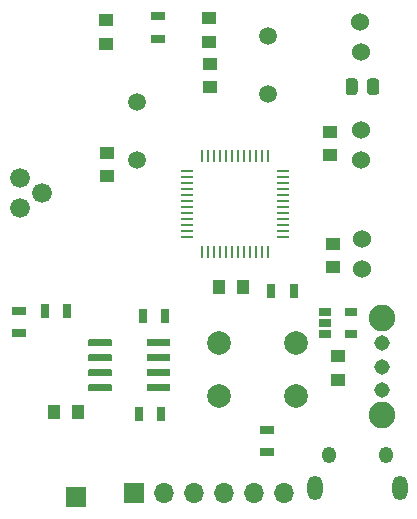
<source format=gbs>
G04 #@! TF.GenerationSoftware,KiCad,Pcbnew,5.1.7-a382d34a8~88~ubuntu18.04.1*
G04 #@! TF.CreationDate,2022-03-02T17:55:55+05:30*
G04 #@! TF.ProjectId,WaterTank_module_v1,57617465-7254-4616-9e6b-5f6d6f64756c,rev?*
G04 #@! TF.SameCoordinates,Original*
G04 #@! TF.FileFunction,Soldermask,Bot*
G04 #@! TF.FilePolarity,Negative*
%FSLAX46Y46*%
G04 Gerber Fmt 4.6, Leading zero omitted, Abs format (unit mm)*
G04 Created by KiCad (PCBNEW 5.1.7-a382d34a8~88~ubuntu18.04.1) date 2022-03-02 17:55:55*
%MOMM*%
%LPD*%
G01*
G04 APERTURE LIST*
%ADD10R,1.700000X1.700000*%
%ADD11O,1.700000X1.700000*%
%ADD12C,1.676400*%
%ADD13C,1.524000*%
%ADD14O,1.300000X2.100000*%
%ADD15O,1.200000X1.400000*%
%ADD16R,1.000000X0.230000*%
%ADD17R,0.230000X1.000000*%
%ADD18R,1.300000X0.700000*%
%ADD19R,1.000000X1.250000*%
%ADD20R,1.250000X1.000000*%
%ADD21R,0.700000X1.300000*%
%ADD22R,1.060000X0.650000*%
%ADD23C,1.500000*%
%ADD24C,2.000000*%
%ADD25C,1.308000*%
%ADD26C,2.250000*%
G04 APERTURE END LIST*
D10*
X35896040Y-87164240D03*
D11*
X38436040Y-87164240D03*
X40976040Y-87164240D03*
X43516040Y-87164240D03*
X46056040Y-87164240D03*
X48596040Y-87164240D03*
G36*
G01*
X31988200Y-78525600D02*
X31988200Y-78009600D01*
G75*
G02*
X32030200Y-77967600I42000J0D01*
G01*
X33916200Y-77967600D01*
G75*
G02*
X33958200Y-78009600I0J-42000D01*
G01*
X33958200Y-78525600D01*
G75*
G02*
X33916200Y-78567600I-42000J0D01*
G01*
X32030200Y-78567600D01*
G75*
G02*
X31988200Y-78525600I0J42000D01*
G01*
G37*
G36*
G01*
X31988200Y-77255600D02*
X31988200Y-76739600D01*
G75*
G02*
X32030200Y-76697600I42000J0D01*
G01*
X33916200Y-76697600D01*
G75*
G02*
X33958200Y-76739600I0J-42000D01*
G01*
X33958200Y-77255600D01*
G75*
G02*
X33916200Y-77297600I-42000J0D01*
G01*
X32030200Y-77297600D01*
G75*
G02*
X31988200Y-77255600I0J42000D01*
G01*
G37*
G36*
G01*
X31988200Y-75985600D02*
X31988200Y-75469600D01*
G75*
G02*
X32030200Y-75427600I42000J0D01*
G01*
X33916200Y-75427600D01*
G75*
G02*
X33958200Y-75469600I0J-42000D01*
G01*
X33958200Y-75985600D01*
G75*
G02*
X33916200Y-76027600I-42000J0D01*
G01*
X32030200Y-76027600D01*
G75*
G02*
X31988200Y-75985600I0J42000D01*
G01*
G37*
G36*
G01*
X31988200Y-74715600D02*
X31988200Y-74199600D01*
G75*
G02*
X32030200Y-74157600I42000J0D01*
G01*
X33916200Y-74157600D01*
G75*
G02*
X33958200Y-74199600I0J-42000D01*
G01*
X33958200Y-74715600D01*
G75*
G02*
X33916200Y-74757600I-42000J0D01*
G01*
X32030200Y-74757600D01*
G75*
G02*
X31988200Y-74715600I0J42000D01*
G01*
G37*
G36*
G01*
X36938200Y-74715600D02*
X36938200Y-74199600D01*
G75*
G02*
X36980200Y-74157600I42000J0D01*
G01*
X38866200Y-74157600D01*
G75*
G02*
X38908200Y-74199600I0J-42000D01*
G01*
X38908200Y-74715600D01*
G75*
G02*
X38866200Y-74757600I-42000J0D01*
G01*
X36980200Y-74757600D01*
G75*
G02*
X36938200Y-74715600I0J42000D01*
G01*
G37*
G36*
G01*
X36938200Y-75985600D02*
X36938200Y-75469600D01*
G75*
G02*
X36980200Y-75427600I42000J0D01*
G01*
X38866200Y-75427600D01*
G75*
G02*
X38908200Y-75469600I0J-42000D01*
G01*
X38908200Y-75985600D01*
G75*
G02*
X38866200Y-76027600I-42000J0D01*
G01*
X36980200Y-76027600D01*
G75*
G02*
X36938200Y-75985600I0J42000D01*
G01*
G37*
G36*
G01*
X36938200Y-77255600D02*
X36938200Y-76739600D01*
G75*
G02*
X36980200Y-76697600I42000J0D01*
G01*
X38866200Y-76697600D01*
G75*
G02*
X38908200Y-76739600I0J-42000D01*
G01*
X38908200Y-77255600D01*
G75*
G02*
X38866200Y-77297600I-42000J0D01*
G01*
X36980200Y-77297600D01*
G75*
G02*
X36938200Y-77255600I0J42000D01*
G01*
G37*
G36*
G01*
X36938200Y-78525600D02*
X36938200Y-78009600D01*
G75*
G02*
X36980200Y-77967600I42000J0D01*
G01*
X38866200Y-77967600D01*
G75*
G02*
X38908200Y-78009600I0J-42000D01*
G01*
X38908200Y-78525600D01*
G75*
G02*
X38866200Y-78567600I-42000J0D01*
G01*
X36980200Y-78567600D01*
G75*
G02*
X36938200Y-78525600I0J42000D01*
G01*
G37*
D12*
X26196000Y-63034200D03*
X28101000Y-61764200D03*
X26196000Y-60494200D03*
D13*
X55038900Y-49870000D03*
X55028900Y-47330000D03*
D14*
X51221040Y-86741000D03*
X58371040Y-86741000D03*
D15*
X52371040Y-83991000D03*
X57221040Y-83991000D03*
D13*
X55138000Y-68201200D03*
X55128000Y-65661200D03*
X55064300Y-58968300D03*
X55054300Y-56428300D03*
D16*
X48516500Y-60403700D03*
D17*
X47246500Y-66753700D03*
X46738500Y-66753700D03*
X46230500Y-66753700D03*
X45722500Y-66753700D03*
X45214500Y-66753700D03*
X44706500Y-66753700D03*
X44198500Y-66753700D03*
X43690500Y-66753700D03*
X43182500Y-66753700D03*
X42674500Y-66753700D03*
X42166500Y-66753700D03*
X41658500Y-66753700D03*
D16*
X40388500Y-65483700D03*
X40388500Y-64975700D03*
X40388500Y-63959700D03*
X40388500Y-63451700D03*
X40388500Y-62943700D03*
X40388500Y-62435700D03*
X40388500Y-61927700D03*
X40388500Y-61419700D03*
X40388500Y-60911700D03*
X40388500Y-60403700D03*
X40388500Y-59895700D03*
D17*
X42166500Y-58625700D03*
X42674500Y-58625700D03*
X43182500Y-58625700D03*
X43690500Y-58625700D03*
X44198500Y-58625700D03*
X44706500Y-58625700D03*
X45214500Y-58625700D03*
X45722500Y-58625700D03*
X46230500Y-58625700D03*
X46738500Y-58625700D03*
X47246500Y-58625700D03*
D16*
X48516500Y-59895700D03*
X48516500Y-60911700D03*
X48516500Y-61419700D03*
X48516500Y-61927700D03*
X48516500Y-62435700D03*
X48516500Y-62943700D03*
X48516500Y-63451700D03*
X48516500Y-63959700D03*
X48516500Y-64467700D03*
X48516500Y-64975700D03*
X48516500Y-65483700D03*
D17*
X41658500Y-58625700D03*
D16*
X40388500Y-64467700D03*
D18*
X26162000Y-73660000D03*
X26162000Y-71760000D03*
D10*
X30927000Y-87470000D03*
D19*
X45084200Y-69761100D03*
X43084200Y-69761100D03*
D20*
X42227500Y-48947600D03*
X42227500Y-46947600D03*
X42296100Y-50805800D03*
X42296100Y-52805800D03*
X33530500Y-47150800D03*
X33530500Y-49150800D03*
X33596000Y-60364200D03*
X33596000Y-58364200D03*
X52696000Y-66064200D03*
X52696000Y-68064200D03*
X53096000Y-75564200D03*
X53096000Y-77564200D03*
D21*
X47492900Y-70032900D03*
X49392900Y-70032900D03*
D18*
X37863800Y-48719800D03*
X37863800Y-46819800D03*
X47096000Y-81814200D03*
X47096000Y-83714200D03*
D22*
X51996000Y-73714200D03*
X51996000Y-72764200D03*
X51996000Y-71814200D03*
X54196000Y-71814200D03*
X54196000Y-73714200D03*
D23*
X47170300Y-53345700D03*
X47170300Y-48465700D03*
X36141700Y-54058800D03*
X36141700Y-58938800D03*
D24*
X43075700Y-78940700D03*
X43075700Y-74440700D03*
X49575700Y-78940700D03*
X49575700Y-74440700D03*
D20*
X52496000Y-56564200D03*
X52496000Y-58564200D03*
D19*
X31100800Y-80299600D03*
X29100800Y-80299600D03*
D21*
X36614000Y-72207100D03*
X38514000Y-72207100D03*
X30187900Y-71777900D03*
X28287900Y-71777900D03*
X38173700Y-80490100D03*
X36273700Y-80490100D03*
G36*
G01*
X53771000Y-53214202D02*
X53771000Y-52314198D01*
G75*
G02*
X54020998Y-52064200I249998J0D01*
G01*
X54546002Y-52064200D01*
G75*
G02*
X54796000Y-52314198I0J-249998D01*
G01*
X54796000Y-53214202D01*
G75*
G02*
X54546002Y-53464200I-249998J0D01*
G01*
X54020998Y-53464200D01*
G75*
G02*
X53771000Y-53214202I0J249998D01*
G01*
G37*
G36*
G01*
X55596000Y-53214202D02*
X55596000Y-52314198D01*
G75*
G02*
X55845998Y-52064200I249998J0D01*
G01*
X56371002Y-52064200D01*
G75*
G02*
X56621000Y-52314198I0J-249998D01*
G01*
X56621000Y-53214202D01*
G75*
G02*
X56371002Y-53464200I-249998J0D01*
G01*
X55845998Y-53464200D01*
G75*
G02*
X55596000Y-53214202I0J249998D01*
G01*
G37*
D25*
X56896040Y-78464240D03*
X56896040Y-76464240D03*
X56896040Y-74464240D03*
D26*
X56896040Y-80564240D03*
X56896040Y-72364240D03*
M02*

</source>
